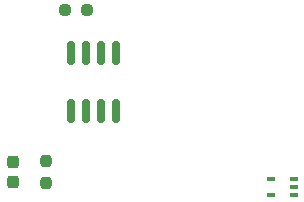
<source format=gbr>
%TF.GenerationSoftware,KiCad,Pcbnew,7.0.7*%
%TF.CreationDate,2023-11-06T00:52:22-06:00*%
%TF.ProjectId,ScienceHeaterElement_2023,53636965-6e63-4654-9865-61746572456c,rev?*%
%TF.SameCoordinates,Original*%
%TF.FileFunction,Paste,Bot*%
%TF.FilePolarity,Positive*%
%FSLAX46Y46*%
G04 Gerber Fmt 4.6, Leading zero omitted, Abs format (unit mm)*
G04 Created by KiCad (PCBNEW 7.0.7) date 2023-11-06 00:52:22*
%MOMM*%
%LPD*%
G01*
G04 APERTURE LIST*
G04 Aperture macros list*
%AMRoundRect*
0 Rectangle with rounded corners*
0 $1 Rounding radius*
0 $2 $3 $4 $5 $6 $7 $8 $9 X,Y pos of 4 corners*
0 Add a 4 corners polygon primitive as box body*
4,1,4,$2,$3,$4,$5,$6,$7,$8,$9,$2,$3,0*
0 Add four circle primitives for the rounded corners*
1,1,$1+$1,$2,$3*
1,1,$1+$1,$4,$5*
1,1,$1+$1,$6,$7*
1,1,$1+$1,$8,$9*
0 Add four rect primitives between the rounded corners*
20,1,$1+$1,$2,$3,$4,$5,0*
20,1,$1+$1,$4,$5,$6,$7,0*
20,1,$1+$1,$6,$7,$8,$9,0*
20,1,$1+$1,$8,$9,$2,$3,0*%
G04 Aperture macros list end*
%ADD10R,0.650000X0.400000*%
%ADD11RoundRect,0.150000X-0.150000X0.825000X-0.150000X-0.825000X0.150000X-0.825000X0.150000X0.825000X0*%
%ADD12RoundRect,0.237500X0.237500X-0.250000X0.237500X0.250000X-0.237500X0.250000X-0.237500X-0.250000X0*%
%ADD13RoundRect,0.237500X-0.237500X0.287500X-0.237500X-0.287500X0.237500X-0.287500X0.237500X0.287500X0*%
%ADD14RoundRect,0.237500X0.250000X0.237500X-0.250000X0.237500X-0.250000X-0.237500X0.250000X-0.237500X0*%
G04 APERTURE END LIST*
D10*
%TO.C,U1*%
X95646480Y-50150000D03*
X95646480Y-50800000D03*
X95646480Y-51450000D03*
X93746480Y-51450000D03*
X93746480Y-50150000D03*
%TD*%
D11*
%TO.C,Q1*%
X76835000Y-39435000D03*
X78105000Y-39435000D03*
X79375000Y-39435000D03*
X80645000Y-39435000D03*
X80645000Y-44385000D03*
X79375000Y-44385000D03*
X78105000Y-44385000D03*
X76835000Y-44385000D03*
%TD*%
D12*
%TO.C,R2*%
X74676000Y-50442500D03*
X74676000Y-48617500D03*
%TD*%
D13*
%TO.C,D1*%
X71882000Y-48655000D03*
X71882000Y-50405000D03*
%TD*%
D14*
%TO.C,R3*%
X78128500Y-35814000D03*
X76303500Y-35814000D03*
%TD*%
M02*

</source>
